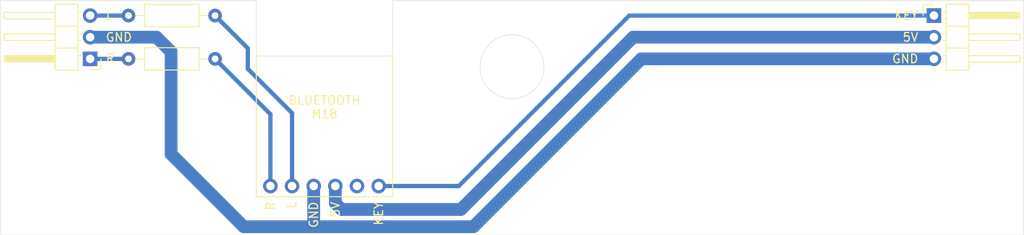
<source format=kicad_pcb>
(kicad_pcb (version 20171130) (host pcbnew "(5.1.7)-1")

  (general
    (thickness 1.6)
    (drawings 24)
    (tracks 27)
    (zones 0)
    (modules 7)
    (nets 9)
  )

  (page A4)
  (layers
    (0 F.Cu signal)
    (31 B.Cu signal)
    (32 B.Adhes user)
    (33 F.Adhes user)
    (34 B.Paste user)
    (35 F.Paste user)
    (36 B.SilkS user)
    (37 F.SilkS user)
    (38 B.Mask user)
    (39 F.Mask user)
    (40 Dwgs.User user)
    (41 Cmts.User user)
    (42 Eco1.User user)
    (43 Eco2.User user)
    (44 Edge.Cuts user)
    (45 Margin user)
    (46 B.CrtYd user)
    (47 F.CrtYd user)
    (48 B.Fab user hide)
    (49 F.Fab user hide)
  )

  (setup
    (last_trace_width 0.25)
    (user_trace_width 0.5)
    (user_trace_width 0.75)
    (user_trace_width 1)
    (user_trace_width 1.5)
    (trace_clearance 0.2)
    (zone_clearance 0.508)
    (zone_45_only no)
    (trace_min 0.2)
    (via_size 0.8)
    (via_drill 0.4)
    (via_min_size 0.4)
    (via_min_drill 0.3)
    (uvia_size 0.3)
    (uvia_drill 0.1)
    (uvias_allowed no)
    (uvia_min_size 0.2)
    (uvia_min_drill 0.1)
    (edge_width 0.05)
    (segment_width 0.2)
    (pcb_text_width 0.3)
    (pcb_text_size 1.5 1.5)
    (mod_edge_width 0.12)
    (mod_text_size 1 1)
    (mod_text_width 0.15)
    (pad_size 3 2)
    (pad_drill 0)
    (pad_to_mask_clearance 0)
    (aux_axis_origin 0 0)
    (visible_elements 7FFFFFFF)
    (pcbplotparams
      (layerselection 0x010fc_ffffffff)
      (usegerberextensions true)
      (usegerberattributes false)
      (usegerberadvancedattributes false)
      (creategerberjobfile false)
      (excludeedgelayer true)
      (linewidth 0.100000)
      (plotframeref false)
      (viasonmask false)
      (mode 1)
      (useauxorigin false)
      (hpglpennumber 1)
      (hpglpenspeed 20)
      (hpglpendiameter 15.000000)
      (psnegative false)
      (psa4output false)
      (plotreference true)
      (plotvalue false)
      (plotinvisibletext false)
      (padsonsilk false)
      (subtractmaskfromsilk true)
      (outputformat 1)
      (mirror false)
      (drillshape 0)
      (scaleselection 1)
      (outputdirectory "gerber"))
  )

  (net 0 "")
  (net 1 "Net-(R9-Pad2)")
  (net 2 "Net-(R10-Pad2)")
  (net 3 GND)
  (net 4 KEY)
  (net 5 OUT_R)
  (net 6 OUT_L)
  (net 7 +5V)
  (net 8 MUTE)

  (net_class Default "This is the default net class."
    (clearance 0.2)
    (trace_width 0.25)
    (via_dia 0.8)
    (via_drill 0.4)
    (uvia_dia 0.3)
    (uvia_drill 0.1)
    (add_net +5V)
    (add_net GND)
    (add_net KEY)
    (add_net MUTE)
    (add_net "Net-(R10-Pad2)")
    (add_net "Net-(R9-Pad2)")
    (add_net OUT_L)
    (add_net OUT_R)
  )

  (module Pin_Headers:Pin_Header_Angled_1x03_Pitch2.54mm (layer F.Cu) (tedit 59650532) (tstamp 61E52F7C)
    (at 139.5 41.75)
    (descr "Through hole angled pin header, 1x03, 2.54mm pitch, 6mm pin length, single row")
    (tags "Through hole angled pin header THT 1x03 2.54mm single row")
    (path /61F67F91)
    (fp_text reference J1 (at 4.385 -2.27) (layer F.SilkS) hide
      (effects (font (size 1 1) (thickness 0.15)))
    )
    (fp_text value Conn_01x06 (at 4.385 9.89) (layer F.Fab)
      (effects (font (size 1 1) (thickness 0.15)))
    )
    (fp_line (start 10.55 -1.8) (end -1.8 -1.8) (layer F.CrtYd) (width 0.05))
    (fp_line (start 10.55 6.85) (end 10.55 -1.8) (layer F.CrtYd) (width 0.05))
    (fp_line (start -1.8 6.85) (end 10.55 6.85) (layer F.CrtYd) (width 0.05))
    (fp_line (start -1.8 -1.8) (end -1.8 6.85) (layer F.CrtYd) (width 0.05))
    (fp_line (start -1.27 -1.27) (end 0 -1.27) (layer F.SilkS) (width 0.12))
    (fp_line (start -1.27 0) (end -1.27 -1.27) (layer F.SilkS) (width 0.12))
    (fp_line (start 1.042929 5.46) (end 1.44 5.46) (layer F.SilkS) (width 0.12))
    (fp_line (start 1.042929 4.7) (end 1.44 4.7) (layer F.SilkS) (width 0.12))
    (fp_line (start 10.1 5.46) (end 4.1 5.46) (layer F.SilkS) (width 0.12))
    (fp_line (start 10.1 4.7) (end 10.1 5.46) (layer F.SilkS) (width 0.12))
    (fp_line (start 4.1 4.7) (end 10.1 4.7) (layer F.SilkS) (width 0.12))
    (fp_line (start 1.44 3.81) (end 4.1 3.81) (layer F.SilkS) (width 0.12))
    (fp_line (start 1.042929 2.92) (end 1.44 2.92) (layer F.SilkS) (width 0.12))
    (fp_line (start 1.042929 2.16) (end 1.44 2.16) (layer F.SilkS) (width 0.12))
    (fp_line (start 10.1 2.92) (end 4.1 2.92) (layer F.SilkS) (width 0.12))
    (fp_line (start 10.1 2.16) (end 10.1 2.92) (layer F.SilkS) (width 0.12))
    (fp_line (start 4.1 2.16) (end 10.1 2.16) (layer F.SilkS) (width 0.12))
    (fp_line (start 1.44 1.27) (end 4.1 1.27) (layer F.SilkS) (width 0.12))
    (fp_line (start 1.11 0.38) (end 1.44 0.38) (layer F.SilkS) (width 0.12))
    (fp_line (start 1.11 -0.38) (end 1.44 -0.38) (layer F.SilkS) (width 0.12))
    (fp_line (start 4.1 0.28) (end 10.1 0.28) (layer F.SilkS) (width 0.12))
    (fp_line (start 4.1 0.16) (end 10.1 0.16) (layer F.SilkS) (width 0.12))
    (fp_line (start 4.1 0.04) (end 10.1 0.04) (layer F.SilkS) (width 0.12))
    (fp_line (start 4.1 -0.08) (end 10.1 -0.08) (layer F.SilkS) (width 0.12))
    (fp_line (start 4.1 -0.2) (end 10.1 -0.2) (layer F.SilkS) (width 0.12))
    (fp_line (start 4.1 -0.32) (end 10.1 -0.32) (layer F.SilkS) (width 0.12))
    (fp_line (start 10.1 0.38) (end 4.1 0.38) (layer F.SilkS) (width 0.12))
    (fp_line (start 10.1 -0.38) (end 10.1 0.38) (layer F.SilkS) (width 0.12))
    (fp_line (start 4.1 -0.38) (end 10.1 -0.38) (layer F.SilkS) (width 0.12))
    (fp_line (start 4.1 -1.33) (end 1.44 -1.33) (layer F.SilkS) (width 0.12))
    (fp_line (start 4.1 6.41) (end 4.1 -1.33) (layer F.SilkS) (width 0.12))
    (fp_line (start 1.44 6.41) (end 4.1 6.41) (layer F.SilkS) (width 0.12))
    (fp_line (start 1.44 -1.33) (end 1.44 6.41) (layer F.SilkS) (width 0.12))
    (fp_line (start 4.04 5.4) (end 10.04 5.4) (layer F.Fab) (width 0.1))
    (fp_line (start 10.04 4.76) (end 10.04 5.4) (layer F.Fab) (width 0.1))
    (fp_line (start 4.04 4.76) (end 10.04 4.76) (layer F.Fab) (width 0.1))
    (fp_line (start -0.32 5.4) (end 1.5 5.4) (layer F.Fab) (width 0.1))
    (fp_line (start -0.32 4.76) (end -0.32 5.4) (layer F.Fab) (width 0.1))
    (fp_line (start -0.32 4.76) (end 1.5 4.76) (layer F.Fab) (width 0.1))
    (fp_line (start 4.04 2.86) (end 10.04 2.86) (layer F.Fab) (width 0.1))
    (fp_line (start 10.04 2.22) (end 10.04 2.86) (layer F.Fab) (width 0.1))
    (fp_line (start 4.04 2.22) (end 10.04 2.22) (layer F.Fab) (width 0.1))
    (fp_line (start -0.32 2.86) (end 1.5 2.86) (layer F.Fab) (width 0.1))
    (fp_line (start -0.32 2.22) (end -0.32 2.86) (layer F.Fab) (width 0.1))
    (fp_line (start -0.32 2.22) (end 1.5 2.22) (layer F.Fab) (width 0.1))
    (fp_line (start 4.04 0.32) (end 10.04 0.32) (layer F.Fab) (width 0.1))
    (fp_line (start 10.04 -0.32) (end 10.04 0.32) (layer F.Fab) (width 0.1))
    (fp_line (start 4.04 -0.32) (end 10.04 -0.32) (layer F.Fab) (width 0.1))
    (fp_line (start -0.32 0.32) (end 1.5 0.32) (layer F.Fab) (width 0.1))
    (fp_line (start -0.32 -0.32) (end -0.32 0.32) (layer F.Fab) (width 0.1))
    (fp_line (start -0.32 -0.32) (end 1.5 -0.32) (layer F.Fab) (width 0.1))
    (fp_line (start 1.5 -0.635) (end 2.135 -1.27) (layer F.Fab) (width 0.1))
    (fp_line (start 1.5 6.35) (end 1.5 -0.635) (layer F.Fab) (width 0.1))
    (fp_line (start 4.04 6.35) (end 1.5 6.35) (layer F.Fab) (width 0.1))
    (fp_line (start 4.04 -1.27) (end 4.04 6.35) (layer F.Fab) (width 0.1))
    (fp_line (start 2.135 -1.27) (end 4.04 -1.27) (layer F.Fab) (width 0.1))
    (fp_text user %R (at 2.77 3.81 90) (layer F.Fab)
      (effects (font (size 1 1) (thickness 0.15)))
    )
    (pad 1 thru_hole rect (at 0 0) (size 1.7 1.7) (drill 1) (layers *.Cu *.Mask)
      (net 4 KEY))
    (pad 2 thru_hole oval (at 0 2.54) (size 1.7 1.7) (drill 1) (layers *.Cu *.Mask)
      (net 7 +5V))
    (pad 3 thru_hole oval (at 0 5.08) (size 1.7 1.7) (drill 1) (layers *.Cu *.Mask)
      (net 3 GND))
    (model ${KISYS3DMOD}/Pin_Headers.3dshapes/Pin_Header_Angled_1x03_Pitch2.54mm.wrl
      (at (xyz 0 0 0))
      (scale (xyz 1 1 1))
      (rotate (xyz 0 0 0))
    )
  )

  (module Pin_Headers:Pin_Header_Angled_1x03_Pitch2.54mm (layer F.Cu) (tedit 59650532) (tstamp 61E51EEC)
    (at 40.5 46.83 180)
    (descr "Through hole angled pin header, 1x03, 2.54mm pitch, 6mm pin length, single row")
    (tags "Through hole angled pin header THT 1x03 2.54mm single row")
    (path /61F69C85)
    (fp_text reference J11 (at 4.385 -2.27) (layer F.SilkS) hide
      (effects (font (size 1 1) (thickness 0.15)))
    )
    (fp_text value Conn_01x03 (at 4.385 7.35) (layer F.Fab)
      (effects (font (size 1 1) (thickness 0.15)))
    )
    (fp_line (start 2.135 -1.27) (end 4.04 -1.27) (layer F.Fab) (width 0.1))
    (fp_line (start 4.04 -1.27) (end 4.04 6.35) (layer F.Fab) (width 0.1))
    (fp_line (start 4.04 6.35) (end 1.5 6.35) (layer F.Fab) (width 0.1))
    (fp_line (start 1.5 6.35) (end 1.5 -0.635) (layer F.Fab) (width 0.1))
    (fp_line (start 1.5 -0.635) (end 2.135 -1.27) (layer F.Fab) (width 0.1))
    (fp_line (start -0.32 -0.32) (end 1.5 -0.32) (layer F.Fab) (width 0.1))
    (fp_line (start -0.32 -0.32) (end -0.32 0.32) (layer F.Fab) (width 0.1))
    (fp_line (start -0.32 0.32) (end 1.5 0.32) (layer F.Fab) (width 0.1))
    (fp_line (start 4.04 -0.32) (end 10.04 -0.32) (layer F.Fab) (width 0.1))
    (fp_line (start 10.04 -0.32) (end 10.04 0.32) (layer F.Fab) (width 0.1))
    (fp_line (start 4.04 0.32) (end 10.04 0.32) (layer F.Fab) (width 0.1))
    (fp_line (start -0.32 2.22) (end 1.5 2.22) (layer F.Fab) (width 0.1))
    (fp_line (start -0.32 2.22) (end -0.32 2.86) (layer F.Fab) (width 0.1))
    (fp_line (start -0.32 2.86) (end 1.5 2.86) (layer F.Fab) (width 0.1))
    (fp_line (start 4.04 2.22) (end 10.04 2.22) (layer F.Fab) (width 0.1))
    (fp_line (start 10.04 2.22) (end 10.04 2.86) (layer F.Fab) (width 0.1))
    (fp_line (start 4.04 2.86) (end 10.04 2.86) (layer F.Fab) (width 0.1))
    (fp_line (start -0.32 4.76) (end 1.5 4.76) (layer F.Fab) (width 0.1))
    (fp_line (start -0.32 4.76) (end -0.32 5.4) (layer F.Fab) (width 0.1))
    (fp_line (start -0.32 5.4) (end 1.5 5.4) (layer F.Fab) (width 0.1))
    (fp_line (start 4.04 4.76) (end 10.04 4.76) (layer F.Fab) (width 0.1))
    (fp_line (start 10.04 4.76) (end 10.04 5.4) (layer F.Fab) (width 0.1))
    (fp_line (start 4.04 5.4) (end 10.04 5.4) (layer F.Fab) (width 0.1))
    (fp_line (start 1.44 -1.33) (end 1.44 6.41) (layer F.SilkS) (width 0.12))
    (fp_line (start 1.44 6.41) (end 4.1 6.41) (layer F.SilkS) (width 0.12))
    (fp_line (start 4.1 6.41) (end 4.1 -1.33) (layer F.SilkS) (width 0.12))
    (fp_line (start 4.1 -1.33) (end 1.44 -1.33) (layer F.SilkS) (width 0.12))
    (fp_line (start 4.1 -0.38) (end 10.1 -0.38) (layer F.SilkS) (width 0.12))
    (fp_line (start 10.1 -0.38) (end 10.1 0.38) (layer F.SilkS) (width 0.12))
    (fp_line (start 10.1 0.38) (end 4.1 0.38) (layer F.SilkS) (width 0.12))
    (fp_line (start 4.1 -0.32) (end 10.1 -0.32) (layer F.SilkS) (width 0.12))
    (fp_line (start 4.1 -0.2) (end 10.1 -0.2) (layer F.SilkS) (width 0.12))
    (fp_line (start 4.1 -0.08) (end 10.1 -0.08) (layer F.SilkS) (width 0.12))
    (fp_line (start 4.1 0.04) (end 10.1 0.04) (layer F.SilkS) (width 0.12))
    (fp_line (start 4.1 0.16) (end 10.1 0.16) (layer F.SilkS) (width 0.12))
    (fp_line (start 4.1 0.28) (end 10.1 0.28) (layer F.SilkS) (width 0.12))
    (fp_line (start 1.11 -0.38) (end 1.44 -0.38) (layer F.SilkS) (width 0.12))
    (fp_line (start 1.11 0.38) (end 1.44 0.38) (layer F.SilkS) (width 0.12))
    (fp_line (start 1.44 1.27) (end 4.1 1.27) (layer F.SilkS) (width 0.12))
    (fp_line (start 4.1 2.16) (end 10.1 2.16) (layer F.SilkS) (width 0.12))
    (fp_line (start 10.1 2.16) (end 10.1 2.92) (layer F.SilkS) (width 0.12))
    (fp_line (start 10.1 2.92) (end 4.1 2.92) (layer F.SilkS) (width 0.12))
    (fp_line (start 1.042929 2.16) (end 1.44 2.16) (layer F.SilkS) (width 0.12))
    (fp_line (start 1.042929 2.92) (end 1.44 2.92) (layer F.SilkS) (width 0.12))
    (fp_line (start 1.44 3.81) (end 4.1 3.81) (layer F.SilkS) (width 0.12))
    (fp_line (start 4.1 4.7) (end 10.1 4.7) (layer F.SilkS) (width 0.12))
    (fp_line (start 10.1 4.7) (end 10.1 5.46) (layer F.SilkS) (width 0.12))
    (fp_line (start 10.1 5.46) (end 4.1 5.46) (layer F.SilkS) (width 0.12))
    (fp_line (start 1.042929 4.7) (end 1.44 4.7) (layer F.SilkS) (width 0.12))
    (fp_line (start 1.042929 5.46) (end 1.44 5.46) (layer F.SilkS) (width 0.12))
    (fp_line (start -1.27 0) (end -1.27 -1.27) (layer F.SilkS) (width 0.12))
    (fp_line (start -1.27 -1.27) (end 0 -1.27) (layer F.SilkS) (width 0.12))
    (fp_line (start -1.8 -1.8) (end -1.8 6.85) (layer F.CrtYd) (width 0.05))
    (fp_line (start -1.8 6.85) (end 10.55 6.85) (layer F.CrtYd) (width 0.05))
    (fp_line (start 10.55 6.85) (end 10.55 -1.8) (layer F.CrtYd) (width 0.05))
    (fp_line (start 10.55 -1.8) (end -1.8 -1.8) (layer F.CrtYd) (width 0.05))
    (fp_text user %R (at 2.77 2.54 90) (layer F.Fab)
      (effects (font (size 1 1) (thickness 0.15)))
    )
    (pad 1 thru_hole rect (at 0 0 180) (size 1.7 1.7) (drill 1) (layers *.Cu *.Mask)
      (net 5 OUT_R))
    (pad 2 thru_hole oval (at 0 2.54 180) (size 1.7 1.7) (drill 1) (layers *.Cu *.Mask)
      (net 3 GND))
    (pad 3 thru_hole oval (at 0 5.08 180) (size 1.7 1.7) (drill 1) (layers *.Cu *.Mask)
      (net 6 OUT_L))
    (model ${KISYS3DMOD}/Pin_Headers.3dshapes/Pin_Header_Angled_1x03_Pitch2.54mm.wrl
      (at (xyz 0 0 0))
      (scale (xyz 1 1 1))
      (rotate (xyz 0 0 0))
    )
  )

  (module Pin_Headers:Pin_Header_Straight_1x06_Pitch2.54mm (layer F.Cu) (tedit 61E478E4) (tstamp 61E439B3)
    (at 61.65 61.75 90)
    (descr "Through hole straight pin header, 1x06, 2.54mm pitch, single row")
    (tags "Through hole pin header THT 1x06 2.54mm single row")
    (path /61E453F6)
    (fp_text reference U1 (at 0 -2.33 90) (layer F.SilkS) hide
      (effects (font (size 1 1) (thickness 0.15)))
    )
    (fp_text value "BT / M18" (at 0 15.03 90) (layer F.Fab)
      (effects (font (size 1 1) (thickness 0.15)))
    )
    (fp_line (start -0.635 -1.27) (end 1.27 -1.27) (layer F.Fab) (width 0.1))
    (fp_line (start 1.27 -1.27) (end 1.27 13.97) (layer F.Fab) (width 0.1))
    (fp_line (start 1.27 13.97) (end -1.27 13.97) (layer F.Fab) (width 0.1))
    (fp_line (start -1.27 13.97) (end -1.27 -0.635) (layer F.Fab) (width 0.1))
    (fp_line (start -1.27 -0.635) (end -0.635 -1.27) (layer F.Fab) (width 0.1))
    (fp_text user %R (at 0 6.35 180) (layer F.Fab)
      (effects (font (size 1 1) (thickness 0.15)))
    )
    (pad 1 thru_hole circle (at 0 0 90) (size 1.7 1.7) (drill 1) (layers *.Cu *.Mask)
      (net 2 "Net-(R10-Pad2)"))
    (pad 2 thru_hole oval (at 0 2.54 90) (size 1.7 1.7) (drill 1) (layers *.Cu *.Mask)
      (net 1 "Net-(R9-Pad2)"))
    (pad 3 thru_hole oval (at 0 5.08 90) (size 1.7 1.7) (drill 1) (layers *.Cu *.Mask)
      (net 3 GND))
    (pad 4 thru_hole oval (at 0 7.62 90) (size 1.7 1.7) (drill 1) (layers *.Cu *.Mask)
      (net 7 +5V))
    (pad 5 thru_hole oval (at 0 10.16 90) (size 1.7 1.7) (drill 1) (layers *.Cu *.Mask)
      (net 8 MUTE))
    (pad 6 thru_hole oval (at 0 12.7 90) (size 1.7 1.7) (drill 1) (layers *.Cu *.Mask)
      (net 4 KEY))
    (model ${KISYS3DMOD}/Pin_Headers.3dshapes/Pin_Header_Straight_1x06_Pitch2.54mm.wrl1
      (at (xyz 0 0 0))
      (scale (xyz 1 1 1))
      (rotate (xyz 0 0 0))
    )
  )

  (module Resistors_THT:R_Axial_DIN0207_L6.3mm_D2.5mm_P10.16mm_Horizontal (layer F.Cu) (tedit 5874F706) (tstamp 61E44047)
    (at 45 46.83)
    (descr "Resistor, Axial_DIN0207 series, Axial, Horizontal, pin pitch=10.16mm, 0.25W = 1/4W, length*diameter=6.3*2.5mm^2, http://cdn-reichelt.de/documents/datenblatt/B400/1_4W%23YAG.pdf")
    (tags "Resistor Axial_DIN0207 series Axial Horizontal pin pitch 10.16mm 0.25W = 1/4W length 6.3mm diameter 2.5mm")
    (path /61E482E5)
    (fp_text reference R10 (at 5.08 2.5) (layer F.SilkS) hide
      (effects (font (size 1 1) (thickness 0.15)))
    )
    (fp_text value 100 (at 5.08 2.31) (layer F.Fab)
      (effects (font (size 1 1) (thickness 0.15)))
    )
    (fp_line (start 1.93 -1.25) (end 1.93 1.25) (layer F.Fab) (width 0.1))
    (fp_line (start 1.93 1.25) (end 8.23 1.25) (layer F.Fab) (width 0.1))
    (fp_line (start 8.23 1.25) (end 8.23 -1.25) (layer F.Fab) (width 0.1))
    (fp_line (start 8.23 -1.25) (end 1.93 -1.25) (layer F.Fab) (width 0.1))
    (fp_line (start 0 0) (end 1.93 0) (layer F.Fab) (width 0.1))
    (fp_line (start 10.16 0) (end 8.23 0) (layer F.Fab) (width 0.1))
    (fp_line (start 1.87 -1.31) (end 1.87 1.31) (layer F.SilkS) (width 0.12))
    (fp_line (start 1.87 1.31) (end 8.29 1.31) (layer F.SilkS) (width 0.12))
    (fp_line (start 8.29 1.31) (end 8.29 -1.31) (layer F.SilkS) (width 0.12))
    (fp_line (start 8.29 -1.31) (end 1.87 -1.31) (layer F.SilkS) (width 0.12))
    (fp_line (start 0.98 0) (end 1.87 0) (layer F.SilkS) (width 0.12))
    (fp_line (start 9.18 0) (end 8.29 0) (layer F.SilkS) (width 0.12))
    (fp_line (start -1.05 -1.6) (end -1.05 1.6) (layer F.CrtYd) (width 0.05))
    (fp_line (start -1.05 1.6) (end 11.25 1.6) (layer F.CrtYd) (width 0.05))
    (fp_line (start 11.25 1.6) (end 11.25 -1.6) (layer F.CrtYd) (width 0.05))
    (fp_line (start 11.25 -1.6) (end -1.05 -1.6) (layer F.CrtYd) (width 0.05))
    (pad 1 thru_hole circle (at 0 0) (size 1.6 1.6) (drill 0.8) (layers *.Cu *.Mask)
      (net 5 OUT_R))
    (pad 2 thru_hole oval (at 10.16 0) (size 1.6 1.6) (drill 0.8) (layers *.Cu *.Mask)
      (net 2 "Net-(R10-Pad2)"))
    (model ${KISYS3DMOD}/Resistors_THT.3dshapes/R_Axial_DIN0207_L6.3mm_D2.5mm_P10.16mm_Horizontal.wrl
      (at (xyz 0 0 0))
      (scale (xyz 0.393701 0.393701 0.393701))
      (rotate (xyz 0 0 0))
    )
  )

  (module Resistors_THT:R_Axial_DIN0207_L6.3mm_D2.5mm_P10.16mm_Horizontal (layer F.Cu) (tedit 5874F706) (tstamp 61E44044)
    (at 45 41.75)
    (descr "Resistor, Axial_DIN0207 series, Axial, Horizontal, pin pitch=10.16mm, 0.25W = 1/4W, length*diameter=6.3*2.5mm^2, http://cdn-reichelt.de/documents/datenblatt/B400/1_4W%23YAG.pdf")
    (tags "Resistor Axial_DIN0207 series Axial Horizontal pin pitch 10.16mm 0.25W = 1/4W length 6.3mm diameter 2.5mm")
    (path /61E48BD6)
    (fp_text reference R9 (at 5.08 2.5) (layer F.SilkS) hide
      (effects (font (size 1 1) (thickness 0.15)))
    )
    (fp_text value 100 (at 5.08 2.31) (layer F.Fab)
      (effects (font (size 1 1) (thickness 0.15)))
    )
    (fp_line (start 1.93 -1.25) (end 1.93 1.25) (layer F.Fab) (width 0.1))
    (fp_line (start 1.93 1.25) (end 8.23 1.25) (layer F.Fab) (width 0.1))
    (fp_line (start 8.23 1.25) (end 8.23 -1.25) (layer F.Fab) (width 0.1))
    (fp_line (start 8.23 -1.25) (end 1.93 -1.25) (layer F.Fab) (width 0.1))
    (fp_line (start 0 0) (end 1.93 0) (layer F.Fab) (width 0.1))
    (fp_line (start 10.16 0) (end 8.23 0) (layer F.Fab) (width 0.1))
    (fp_line (start 1.87 -1.31) (end 1.87 1.31) (layer F.SilkS) (width 0.12))
    (fp_line (start 1.87 1.31) (end 8.29 1.31) (layer F.SilkS) (width 0.12))
    (fp_line (start 8.29 1.31) (end 8.29 -1.31) (layer F.SilkS) (width 0.12))
    (fp_line (start 8.29 -1.31) (end 1.87 -1.31) (layer F.SilkS) (width 0.12))
    (fp_line (start 0.98 0) (end 1.87 0) (layer F.SilkS) (width 0.12))
    (fp_line (start 9.18 0) (end 8.29 0) (layer F.SilkS) (width 0.12))
    (fp_line (start -1.05 -1.6) (end -1.05 1.6) (layer F.CrtYd) (width 0.05))
    (fp_line (start -1.05 1.6) (end 11.25 1.6) (layer F.CrtYd) (width 0.05))
    (fp_line (start 11.25 1.6) (end 11.25 -1.6) (layer F.CrtYd) (width 0.05))
    (fp_line (start 11.25 -1.6) (end -1.05 -1.6) (layer F.CrtYd) (width 0.05))
    (pad 1 thru_hole circle (at 0 0) (size 1.6 1.6) (drill 0.8) (layers *.Cu *.Mask)
      (net 6 OUT_L))
    (pad 2 thru_hole oval (at 10.16 0) (size 1.6 1.6) (drill 0.8) (layers *.Cu *.Mask)
      (net 1 "Net-(R9-Pad2)"))
    (model ${KISYS3DMOD}/Resistors_THT.3dshapes/R_Axial_DIN0207_L6.3mm_D2.5mm_P10.16mm_Horizontal.wrl
      (at (xyz 0 0 0))
      (scale (xyz 0.393701 0.393701 0.393701))
      (rotate (xyz 0 0 0))
    )
  )

  (module Mounting_Holes:MountingHole_3.2mm_M3 (layer F.Cu) (tedit 56D1B4CB) (tstamp 61E439B0)
    (at 142.5 57.5)
    (descr "Mounting Hole 3.2mm, no annular, M3")
    (tags "mounting hole 3.2mm no annular m3")
    (path /61E44F65)
    (attr virtual)
    (fp_text reference H2 (at 0 -4.2) (layer F.SilkS) hide
      (effects (font (size 1 1) (thickness 0.15)))
    )
    (fp_text value MountingHole (at 0 4.2) (layer F.Fab)
      (effects (font (size 1 1) (thickness 0.15)))
    )
    (fp_circle (center 0 0) (end 3.2 0) (layer Cmts.User) (width 0.15))
    (fp_circle (center 0 0) (end 3.45 0) (layer F.CrtYd) (width 0.05))
    (fp_text user %R (at 0.3 0) (layer F.Fab)
      (effects (font (size 1 1) (thickness 0.15)))
    )
    (pad 1 np_thru_hole circle (at 0 0) (size 3.2 3.2) (drill 3.2) (layers *.Cu *.Mask))
  )

  (module Mounting_Holes:MountingHole_3.2mm_M3 (layer F.Cu) (tedit 56D1B4CB) (tstamp 61E439AD)
    (at 37.5 57.5)
    (descr "Mounting Hole 3.2mm, no annular, M3")
    (tags "mounting hole 3.2mm no annular m3")
    (path /61E44BCC)
    (attr virtual)
    (fp_text reference H1 (at 0 -4.2) (layer F.SilkS) hide
      (effects (font (size 1 1) (thickness 0.15)))
    )
    (fp_text value MountingHole (at 0 4.2) (layer F.Fab)
      (effects (font (size 1 1) (thickness 0.15)))
    )
    (fp_circle (center 0 0) (end 3.2 0) (layer Cmts.User) (width 0.15))
    (fp_circle (center 0 0) (end 3.45 0) (layer F.CrtYd) (width 0.05))
    (fp_text user %R (at 0.25 0) (layer F.Fab)
      (effects (font (size 1 1) (thickness 0.15)))
    )
    (pad 1 np_thru_hole circle (at 0 0) (size 3.2 3.2) (drill 3.2) (layers *.Cu *.Mask))
  )

  (gr_text GND (at 42.25 44.29) (layer F.SilkS) (tstamp 620D520E)
    (effects (font (size 1 1) (thickness 0.15)) (justify left))
  )
  (gr_text KEY (at 74.35 63.5 90) (layer F.SilkS) (tstamp 61E55DC0)
    (effects (font (size 1 1) (thickness 0.15)) (justify right))
  )
  (gr_text R (at 61.65 63.5 90) (layer F.SilkS) (tstamp 61E55DB6)
    (effects (font (size 1 1) (thickness 0.15)) (justify right))
  )
  (gr_text L (at 64.19 63.5 90) (layer F.SilkS) (tstamp 61E55DB2)
    (effects (font (size 1 1) (thickness 0.15)) (justify right))
  )
  (gr_text GND (at 66.73 63.5 90) (layer F.SilkS) (tstamp 61E55DA6)
    (effects (font (size 1 1) (thickness 0.15)) (justify right))
  )
  (gr_text 5V (at 69.27 63.5 90) (layer F.SilkS) (tstamp 61E55DA5)
    (effects (font (size 1 1) (thickness 0.15)) (justify right))
  )
  (gr_line (start 60 63) (end 76 63) (layer F.SilkS) (width 0.12) (tstamp 61E4EB1E))
  (gr_text GND (at 137.75 46.83) (layer F.SilkS) (tstamp 61E45CC8)
    (effects (font (size 1 1) (thickness 0.15)) (justify right))
  )
  (gr_text 5V (at 137.75 44.29) (layer F.SilkS) (tstamp 61E45CC6)
    (effects (font (size 1 1) (thickness 0.15)) (justify right))
  )
  (gr_text KEY (at 137.75 41.75) (layer F.SilkS)
    (effects (font (size 1 1) (thickness 0.15)) (justify right))
  )
  (gr_text R (at 42.25 46.75) (layer F.SilkS) (tstamp 61E44306)
    (effects (font (size 1 1) (thickness 0.15)) (justify left))
  )
  (gr_text L (at 42.25 41.75) (layer F.SilkS)
    (effects (font (size 1 1) (thickness 0.15)) (justify left))
  )
  (gr_circle (center 90 47.75) (end 93.75 47.75) (layer Edge.Cuts) (width 0.05))
  (gr_text "BLUETOOTH\nM18" (at 68 52.5) (layer F.SilkS)
    (effects (font (size 1 1) (thickness 0.15)))
  )
  (gr_line (start 60 46.5) (end 60 63) (layer F.SilkS) (width 0.12))
  (gr_line (start 76 46.5) (end 76 63) (layer F.SilkS) (width 0.12))
  (gr_line (start 30 40) (end 60 40) (layer Edge.Cuts) (width 0.05) (tstamp 61E43B6D))
  (gr_line (start 76 46.5) (end 76 40) (layer Edge.Cuts) (width 0.05))
  (gr_line (start 60 46.5) (end 76 46.5) (layer Edge.Cuts) (width 0.05))
  (gr_line (start 60 40) (end 60 46.5) (layer Edge.Cuts) (width 0.05))
  (gr_line (start 30 67.5) (end 30 40) (layer Edge.Cuts) (width 0.05) (tstamp 61E43A36))
  (gr_line (start 150 67.5) (end 30 67.5) (layer Edge.Cuts) (width 0.05))
  (gr_line (start 150 40) (end 150 67.5) (layer Edge.Cuts) (width 0.05))
  (gr_line (start 76 40) (end 150 40) (layer Edge.Cuts) (width 0.05))

  (segment (start 59 48) (end 59 45.59) (width 0.5) (layer B.Cu) (net 1) (status 1000000))
  (segment (start 64.19 53.19) (end 59 48) (width 0.5) (layer B.Cu) (net 1) (status 1000000))
  (segment (start 64.19 61.75) (end 64.19 53.19) (width 0.5) (layer B.Cu) (net 1) (status 1000000))
  (segment (start 55.16 41.75) (end 59 45.59) (width 0.5) (layer B.Cu) (net 1) (status 1000000))
  (segment (start 61.65 53.32) (end 55.16 46.83) (width 0.5) (layer B.Cu) (net 2) (status 1000000))
  (segment (start 61.65 61.75) (end 61.65 53.32) (width 0.5) (layer B.Cu) (net 2) (status 1000000))
  (segment (start 85.47501 66.52499) (end 68.02499 66.52499) (width 1.5) (layer B.Cu) (net 3))
  (segment (start 58.52499 66.52499) (end 50 58) (width 1.5) (layer B.Cu) (net 3))
  (segment (start 66.73 66.27998) (end 66.97501 66.52499) (width 1.5) (layer B.Cu) (net 3))
  (segment (start 66.73 61.75) (end 66.73 66.27998) (width 1.5) (layer B.Cu) (net 3))
  (segment (start 66.97501 66.52499) (end 58.52499 66.52499) (width 1.5) (layer B.Cu) (net 3))
  (segment (start 68.02499 66.52499) (end 66.97501 66.52499) (width 1.5) (layer B.Cu) (net 3))
  (segment (start 105.17 46.83) (end 85.47501 66.52499) (width 1.5) (layer B.Cu) (net 3))
  (segment (start 139.5 46.83) (end 105.17 46.83) (width 1.5) (layer B.Cu) (net 3))
  (segment (start 48.29 44.29) (end 40.5 44.29) (width 1.5) (layer B.Cu) (net 3) (status 1000000))
  (segment (start 50 46) (end 48.29 44.29) (width 1.5) (layer B.Cu) (net 3) (status 1000000))
  (segment (start 50 58) (end 50 46) (width 1.5) (layer B.Cu) (net 3))
  (segment (start 139.5 41.75) (end 103.75 41.75) (width 0.5) (layer B.Cu) (net 4))
  (segment (start 83.75 61.75) (end 74.35 61.75) (width 0.5) (layer B.Cu) (net 4))
  (segment (start 103.75 41.75) (end 83.75 61.75) (width 0.5) (layer B.Cu) (net 4))
  (segment (start 40.5 46.83) (end 45 46.83) (width 0.5) (layer B.Cu) (net 5) (status 1000000))
  (segment (start 40.5 41.75) (end 45 41.75) (width 0.5) (layer B.Cu) (net 6) (status 1000000))
  (segment (start 70 64.5) (end 84 64.5) (width 1.5) (layer B.Cu) (net 7))
  (segment (start 69.27 63.77) (end 70 64.5) (width 1.5) (layer B.Cu) (net 7))
  (segment (start 69.27 61.75) (end 69.27 63.77) (width 1.5) (layer B.Cu) (net 7))
  (segment (start 104.21 44.29) (end 84 64.5) (width 1.5) (layer B.Cu) (net 7))
  (segment (start 139.5 44.29) (end 104.21 44.29) (width 1.5) (layer B.Cu) (net 7))

)

</source>
